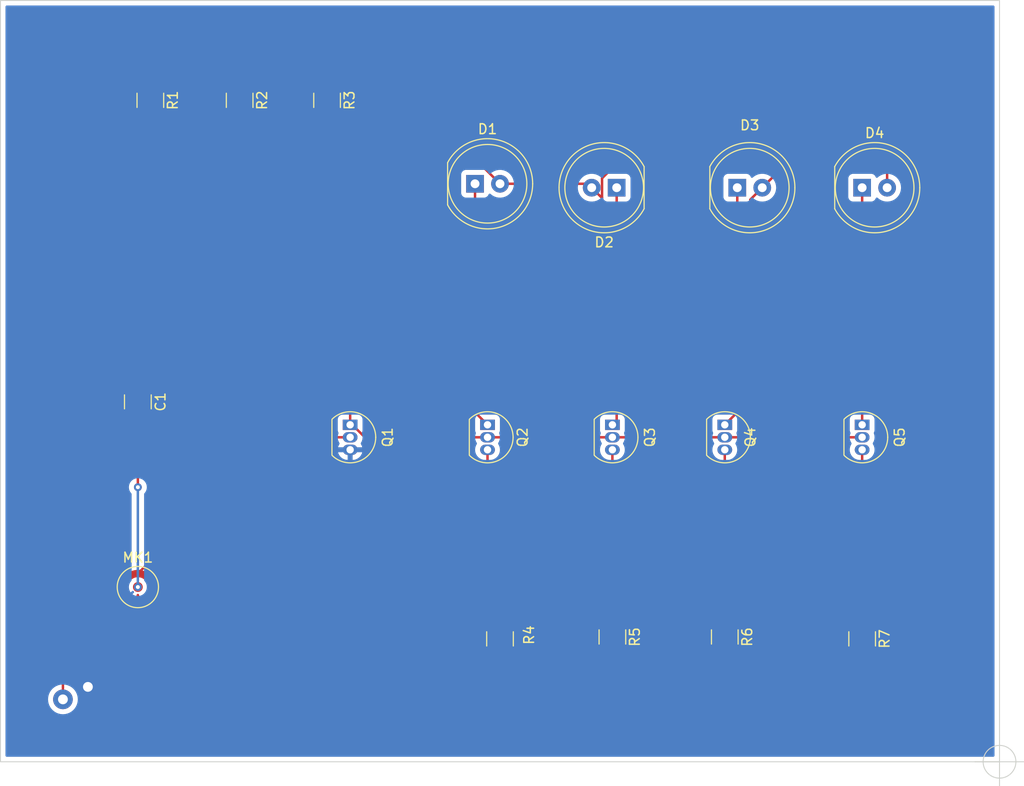
<source format=kicad_pcb>
(kicad_pcb (version 20211014) (generator pcbnew)
  (title_block (title "Mario Nikolov") (date "2024-10-30") (rev "0"))
  (layers (0 "F.Cu" signal) (31 "B.Cu" signal) (34 "B.Paste" user) (35 "F.Paste" user) (36 "B.SilkS" user "B.Silkscreen") (37 "F.SilkS" user "F.Silkscreen") (38 "B.Mask" user) (39 "F.Mask" user) (44 "Edge.Cuts" user))
  (net 0 "")
  (net 1 "Net-(C1-Pad1)")
  (net 2 "Net-(C1-Pad2)")
  (net 3 "Net-(D1-Pad1)")
  (net 4 "+9V")
  (net 5 "Net-(D2-Pad1)")
  (net 6 "Net-(D3-Pad1)")
  (net 7 "Net-(D4-Pad1)")
  (net 8 "GND")
  (net 9 "Net-(Q1-Pad1)")
  (net 10 "Net-(Q2-Pad3)")
  (net 11 "Net-(Q3-Pad3)")
  (net 12 "Net-(Q4-Pad3)")
  (net 13 "Net-(Q5-Pad3)")
  (footprint "Sensor_Audio:CUI_CMC-4013-SMT" (layer "F.Cu") (at 191.77 147.32)
    (fp_text reference "MK1" (at 0 -3) (layer "F.SilkS"))
    (fp_text value "Microphone")
    (fp_circle (center 0 0) (end 2.1 0) (layer "F.SilkS") (width 0.12) (fill none))
    (pad "1" smd custom locked (at 0 -1.375) (size 0.75 0.75) (layers "F.Cu" "F.Paste" "F.Mask") (net 8 "GND") (options (clearance outline) (anchor circle)) (primitives (gr_circle (center 0 1.375) (end 1.375 1.375) (width 0.75))))
    (pad "2" smd circle locked (at 0 0) (size 1 1) (layers "F.Cu" "F.Paste" "F.Mask") (net 1 "Net-(C1-Pad1)"))
  )
  (footprint "Resistor_SMD:R_1210_3225Metric" (layer "F.Cu") (at 265.43 152.5925 -90)
    (fp_text reference "R7" (at 0 -2.28 90) (layer "F.SilkS"))
    (fp_text value "1 k")
    (fp_line (start -0.723737 -1.355) (end 0.723737 -1.355) (layer "F.SilkS") (width 0.12))
    (fp_line (start -0.723737 1.355) (end 0.723737 1.355) (layer "F.SilkS") (width 0.12))
    (pad "1" smd roundrect locked (at -1.4625 0 270) (size 1.125 2.65) (layers "F.Cu" "F.Paste" "F.Mask") (roundrect_rratio 0.2222222222) (net 13 "Net-(Q5-Pad3)"))
    (pad "2" smd roundrect locked (at 1.4625 0 270) (size 1.125 2.65) (layers "F.Cu" "F.Paste" "F.Mask") (roundrect_rratio 0.2222222222) (net 8 "GND"))
  )
  (footprint "LED_THT:LED_D8.0mm" (layer "F.Cu") (at 226.06 106.281145)
    (fp_text reference "D1" (at 1.27 -5.56) (layer "F.SilkS"))
    (fp_text value "LED")
    (fp_line (start -2.79 -2.142) (end -2.79 2.142) (layer "F.SilkS") (width 0.12))
    (fp_arc (start 5.86 -0.000486) (mid 2.373119 4.455472) (end -2.79 2.141145) (layer "F.SilkS") (width 0.12))
    (fp_arc (start -2.79 -2.141145) (mid 2.373119 -4.455472) (end 5.86 0.000486) (layer "F.SilkS") (width 0.12))
    (fp_circle (center 1.27 0) (end 5.27 0) (layer "F.SilkS") (width 0.12) (fill none))
    (pad "1" thru_hole rect locked (at 0 0) (size 1.8 1.8) (drill 0.9) (layers *.Cu *.Mask) (net 3 "Net-(D1-Pad1)"))
    (pad "2" thru_hole circle locked (at 2.54 0) (size 1.8 1.8) (drill 0.9) (layers *.Cu *.Mask) (net 4 "+9V"))
  )
  (footprint "Resistor_SMD:R_1210_3225Metric" (layer "F.Cu") (at 228.6 152.5925 -90)
    (fp_text reference "R4" (at -0.39 -2.96 90) (layer "F.SilkS"))
    (fp_text value "1 k")
    (fp_line (start -0.723737 -1.355) (end 0.723737 -1.355) (layer "F.SilkS") (width 0.12))
    (fp_line (start -0.723737 1.355) (end 0.723737 1.355) (layer "F.SilkS") (width 0.12))
    (pad "1" smd roundrect locked (at -1.4625 0 270) (size 1.125 2.65) (layers "F.Cu" "F.Paste" "F.Mask") (roundrect_rratio 0.2222222222) (net 10 "Net-(Q2-Pad3)"))
    (pad "2" smd roundrect locked (at 1.4625 0 270) (size 1.125 2.65) (layers "F.Cu" "F.Paste" "F.Mask") (roundrect_rratio 0.2222222222) (net 8 "GND"))
  )
  (footprint "Package_TO_SOT_THT:TO-92_Inline" (layer "F.Cu") (at 213.36 130.81 -90)
    (fp_text reference "Q1" (at 1.27 -3.81 90) (layer "F.SilkS"))
    (fp_text value "BC547")
    (fp_line (start -0.53 1.85) (end 3.07 1.85) (layer "F.SilkS") (width 0.12))
    (fp_arc (start 1.27 -2.6) (mid 3.672087 -0.994977) (end 3.108478 1.838478) (layer "F.SilkS") (width 0.12))
    (fp_arc (start -0.568478 1.838478) (mid -1.132087 -0.994977) (end 1.27 -2.6) (layer "F.SilkS") (width 0.12))
    (pad "1" thru_hole rect locked (at 0 0 270) (size 1.05 1.5) (drill 0.75) (layers *.Cu *.Mask) (net 9 "Net-(Q1-Pad1)"))
    (pad "2" thru_hole oval locked (at 1.27 0 270) (size 1.05 1.5) (drill 0.75) (layers *.Cu *.Mask) (net 2 "Net-(C1-Pad2)"))
    (pad "3" thru_hole oval locked (at 2.54 0 270) (size 1.05 1.5) (drill 0.75) (layers *.Cu *.Mask) (net 8 "GND"))
  )
  (footprint "Resistor_SMD:R_1210_3225Metric" (layer "F.Cu") (at 240.03 152.4 -90)
    (fp_text reference "R5" (at 0 -2.28 90) (layer "F.SilkS"))
    (fp_text value "1 k")
    (fp_line (start -0.723737 1.355) (end 0.723737 1.355) (layer "F.SilkS") (width 0.12))
    (fp_line (start -0.723737 -1.355) (end 0.723737 -1.355) (layer "F.SilkS") (width 0.12))
    (pad "1" smd roundrect locked (at -1.4625 0 270) (size 1.125 2.65) (layers "F.Cu" "F.Paste" "F.Mask") (roundrect_rratio 0.2222222222) (net 11 "Net-(Q3-Pad3)"))
    (pad "2" smd roundrect locked (at 1.4625 0 270) (size 1.125 2.65) (layers "F.Cu" "F.Paste" "F.Mask") (roundrect_rratio 0.2222222222) (net 8 "GND"))
  )
  (footprint "Resistor_SMD:R_1210_3225Metric" (layer "F.Cu") (at 193.04 97.79 -90)
    (fp_text reference "R1" (at 0 -2.28 90) (layer "F.SilkS"))
    (fp_text value "10k")
    (fp_line (start -0.723737 -1.355) (end 0.723737 -1.355) (layer "F.SilkS") (width 0.12))
    (fp_line (start -0.723737 1.355) (end 0.723737 1.355) (layer "F.SilkS") (width 0.12))
    (pad "1" smd roundrect locked (at -1.4625 0 270) (size 1.125 2.65) (layers "F.Cu" "F.Paste" "F.Mask") (roundrect_rratio 0.2222222222) (net 4 "+9V"))
    (pad "2" smd roundrect locked (at 1.4625 0 270) (size 1.125 2.65) (layers "F.Cu" "F.Paste" "F.Mask") (roundrect_rratio 0.2222222222) (net 1 "Net-(C1-Pad1)"))
  )
  (footprint "LED_THT:LED_D8.0mm" (layer "F.Cu") (at 265.43 106.68)
    (fp_text reference "D4" (at 1.27 -5.56) (layer "F.SilkS"))
    (fp_text value "LED")
    (fp_line (start -2.79 -2.142) (end -2.79 2.142) (layer "F.SilkS") (width 0.12))
    (fp_arc (start 5.86 -0.000486) (mid 2.373119 4.455472) (end -2.79 2.141145) (layer "F.SilkS") (width 0.12))
    (fp_arc (start -2.79 -2.141145) (mid 2.373119 -4.455472) (end 5.86 0.000486) (layer "F.SilkS") (width 0.12))
    (fp_circle (center 1.27 0) (end 5.27 0) (layer "F.SilkS") (width 0.12) (fill none))
    (pad "1" thru_hole rect locked (at 0 0) (size 1.8 1.8) (drill 0.9) (layers *.Cu *.Mask) (net 7 "Net-(D4-Pad1)"))
    (pad "2" thru_hole circle locked (at 2.54 0) (size 1.8 1.8) (drill 0.9) (layers *.Cu *.Mask) (net 4 "+9V"))
  )
  (footprint "Resistor_SMD:R_1210_3225Metric" (layer "F.Cu") (at 211.0125 97.79 -90)
    (fp_text reference "R3" (at 0 -2.28 90) (layer "F.SilkS"))
    (fp_text value "10k")
    (fp_line (start -0.723737 1.355) (end 0.723737 1.355) (layer "F.SilkS") (width 0.12))
    (fp_line (start -0.723737 -1.355) (end 0.723737 -1.355) (layer "F.SilkS") (width 0.12))
    (pad "1" smd roundrect locked (at -1.4625 0 270) (size 1.125 2.65) (layers "F.Cu" "F.Paste" "F.Mask") (roundrect_rratio 0.2222222222) (net 4 "+9V"))
    (pad "2" smd roundrect locked (at 1.4625 0 270) (size 1.125 2.65) (layers "F.Cu" "F.Paste" "F.Mask") (roundrect_rratio 0.2222222222) (net 9 "Net-(Q1-Pad1)"))
  )
  (footprint "Package_TO_SOT_THT:TO-92_Inline" (layer "F.Cu") (at 251.46 130.81 -90)
    (fp_text reference "Q4" (at 1.27 -2.6 90) (layer "F.SilkS"))
    (fp_text value "BC547")
    (fp_line (start -0.53 1.85) (end 3.07 1.85) (layer "F.SilkS") (width 0.12))
    (fp_arc (start -0.568478 1.838478) (mid -1.132087 -0.994977) (end 1.27 -2.6) (layer "F.SilkS") (width 0.12))
    (fp_arc (start 1.27 -2.6) (mid 3.672087 -0.994977) (end 3.108478 1.838478) (layer "F.SilkS") (width 0.12))
    (pad "1" thru_hole rect locked (at 0 0 270) (size 1.05 1.5) (drill 0.75) (layers *.Cu *.Mask) (net 6 "Net-(D3-Pad1)"))
    (pad "2" thru_hole oval locked (at 1.27 0 270) (size 1.05 1.5) (drill 0.75) (layers *.Cu *.Mask) (net 9 "Net-(Q1-Pad1)"))
    (pad "3" thru_hole oval locked (at 2.54 0 270) (size 1.05 1.5) (drill 0.75) (layers *.Cu *.Mask) (net 12 "Net-(Q4-Pad3)"))
  )
  (footprint "Package_TO_SOT_THT:TO-92_Inline" (layer "F.Cu") (at 265.43 130.81 -90)
    (fp_text reference "Q5" (at 1.27 -3.81 90) (layer "F.SilkS"))
    (fp_text value "BC547")
    (fp_line (start -0.53 1.85) (end 3.07 1.85) (layer "F.SilkS") (width 0.12))
    (fp_arc (start -0.568478 1.838478) (mid -1.132087 -0.994977) (end 1.27 -2.6) (layer "F.SilkS") (width 0.12))
    (fp_arc (start 1.27 -2.6) (mid 3.672087 -0.994977) (end 3.108478 1.838478) (layer "F.SilkS") (width 0.12))
    (pad "1" thru_hole rect locked (at 0 0 270) (size 1.05 1.5) (drill 0.75) (layers *.Cu *.Mask) (net 7 "Net-(D4-Pad1)"))
    (pad "2" thru_hole oval locked (at 1.27 0 270) (size 1.05 1.5) (drill 0.75) (layers *.Cu *.Mask) (net 9 "Net-(Q1-Pad1)"))
    (pad "3" thru_hole oval locked (at 2.54 0 270) (size 1.05 1.5) (drill 0.75) (layers *.Cu *.Mask) (net 13 "Net-(Q5-Pad3)"))
  )
  (footprint "Resistor_SMD:R_1210_3225Metric" (layer "F.Cu") (at 251.46 152.4 -90)
    (fp_text reference "R6" (at 0 -2.28 90) (layer "F.SilkS"))
    (fp_text value "1 k")
    (fp_line (start -0.723737 -1.355) (end 0.723737 -1.355) (layer "F.SilkS") (width 0.12))
    (fp_line (start -0.723737 1.355) (end 0.723737 1.355) (layer "F.SilkS") (width 0.12))
    (pad "1" smd roundrect locked (at -1.4625 0 270) (size 1.125 2.65) (layers "F.Cu" "F.Paste" "F.Mask") (roundrect_rratio 0.2222222222) (net 12 "Net-(Q4-Pad3)"))
    (pad "2" smd roundrect locked (at 1.4625 0 270) (size 1.125 2.65) (layers "F.Cu" "F.Paste" "F.Mask") (roundrect_rratio 0.2222222222) (net 8 "GND"))
  )
  (footprint "Package_TO_SOT_THT:TO-92_Inline" (layer "F.Cu") (at 240.03 130.81 -90)
    (fp_text reference "Q3" (at 1.27 -3.81 90) (layer "F.SilkS"))
    (fp_text value "BC547")
    (fp_line (start -0.53 1.85) (end 3.07 1.85) (layer "F.SilkS") (width 0.12))
    (fp_arc (start -0.568478 1.838478) (mid -1.132087 -0.994977) (end 1.27 -2.6) (layer "F.SilkS") (width 0.12))
    (fp_arc (start 1.27 -2.6) (mid 3.672087 -0.994977) (end 3.108478 1.838478) (layer "F.SilkS") (width 0.12))
    (pad "1" thru_hole rect locked (at 0 0 270) (size 1.05 1.5) (drill 0.75) (layers *.Cu *.Mask) (net 5 "Net-(D2-Pad1)"))
    (pad "2" thru_hole oval locked (at 1.27 0 270) (size 1.05 1.5) (drill 0.75) (layers *.Cu *.Mask) (net 9 "Net-(Q1-Pad1)"))
    (pad "3" thru_hole oval locked (at 2.54 0 270) (size 1.05 1.5) (drill 0.75) (layers *.Cu *.Mask) (net 11 "Net-(Q3-Pad3)"))
  )
  (footprint "Package_TO_SOT_THT:TO-92_Inline" (layer "F.Cu") (at 227.33 130.81 -90)
    (fp_text reference "Q2" (at 1.27 -3.56 90) (layer "F.SilkS"))
    (fp_text value "BC547")
    (fp_line (start -0.53 1.85) (end 3.07 1.85) (layer "F.SilkS") (width 0.12))
    (fp_arc (start -0.568478 1.838478) (mid -1.132087 -0.994977) (end 1.27 -2.6) (layer "F.SilkS") (width 0.12))
    (fp_arc (start 1.27 -2.6) (mid 3.672087 -0.994977) (end 3.108478 1.838478) (layer "F.SilkS") (width 0.12))
    (pad "1" thru_hole rect locked (at 0 0 270) (size 1.05 1.5) (drill 0.75) (layers *.Cu *.Mask) (net 3 "Net-(D1-Pad1)"))
    (pad "2" thru_hole oval locked (at 1.27 0 270) (size 1.05 1.5) (drill 0.75) (layers *.Cu *.Mask) (net 9 "Net-(Q1-Pad1)"))
    (pad "3" thru_hole oval locked (at 2.54 0 270) (size 1.05 1.5) (drill 0.75) (layers *.Cu *.Mask) (net 10 "Net-(Q2-Pad3)"))
  )
  (footprint "Resistor_SMD:R_1210_3225Metric" (layer "F.Cu") (at 202.1225 97.79 -90)
    (fp_text reference "R2" (at 0 -2.28 90) (layer "F.SilkS"))
    (fp_text value "1M")
    (fp_line (start -0.723737 1.355) (end 0.723737 1.355) (layer "F.SilkS") (width 0.12))
    (fp_line (start -0.723737 -1.355) (end 0.723737 -1.355) (layer "F.SilkS") (width 0.12))
    (pad "1" smd roundrect locked (at -1.4625 0 270) (size 1.125 2.65) (layers "F.Cu" "F.Paste" "F.Mask") (roundrect_rratio 0.2222222222) (net 4 "+9V"))
    (pad "2" smd roundrect locked (at 1.4625 0 270) (size 1.125 2.65) (layers "F.Cu" "F.Paste" "F.Mask") (roundrect_rratio 0.2222222222) (net 2 "Net-(C1-Pad2)"))
  )
  (footprint "LED_THT:LED_D8.0mm" (layer "F.Cu") (at 252.73 106.68)
    (fp_text reference "D3" (at 1.27 -6.35) (layer "F.SilkS"))
    (fp_text value "LED")
    (fp_line (start -2.79 -2.142) (end -2.79 2.142) (layer "F.SilkS") (width 0.12))
    (fp_arc (start -2.79 -2.141145) (mid 2.373119 -4.455472) (end 5.86 0.000486) (layer "F.SilkS") (width 0.12))
    (fp_arc (start 5.86 -0.000486) (mid 2.373119 4.455472) (end -2.79 2.141145) (layer "F.SilkS") (width 0.12))
    (fp_circle (center 1.27 0) (end 5.27 0) (layer "F.SilkS") (width 0.12) (fill none))
    (pad "1" thru_hole rect locked (at 0 0) (size 1.8 1.8) (drill 0.9) (layers *.Cu *.Mask) (net 6 "Net-(D3-Pad1)"))
    (pad "2" thru_hole circle locked (at 2.54 0) (size 1.8 1.8) (drill 0.9) (layers *.Cu *.Mask) (net 4 "+9V"))
  )
  (footprint "LED_THT:LED_D8.0mm" (layer "F.Cu") (at 240.465572 106.68 180)
    (fp_text reference "D2" (at 1.27 -5.56) (layer "F.SilkS"))
    (fp_text value "LED")
    (fp_line (start -2.79 -2.142) (end -2.79 2.142) (layer "F.SilkS") (width 0.12))
    (fp_arc (start -2.79 -2.141145) (mid 2.373119 -4.455472) (end 5.86 0.000486) (layer "F.SilkS") (width 0.12))
    (fp_arc (start 5.86 -0.000486) (mid 2.373119 4.455472) (end -2.79 2.141145) (layer "F.SilkS") (width 0.12))
    (fp_circle (center 1.27 0) (end 5.27 0) (layer "F.SilkS") (width 0.12) (fill none))
    (pad "1" thru_hole rect locked (at 0 0 180) (size 1.8 1.8) (drill 0.9) (layers *.Cu *.Mask) (net 5 "Net-(D2-Pad1)"))
    (pad "2" thru_hole circle locked (at 2.54 0 180) (size 1.8 1.8) (drill 0.9) (layers *.Cu *.Mask) (net 4 "+9V"))
  )
  (footprint "Capacitor_SMD:C_1210_3225Metric" (layer "F.Cu") (at 191.77 128.475 -90)
    (fp_text reference "C1" (at 0 -2.3 90) (layer "F.SilkS"))
    (fp_text value "10Dn")
    (fp_line (start -0.711252 -1.36) (end 0.711252 -1.36) (layer "F.SilkS") (width 0.12))
    (fp_line (start -0.711252 1.36) (end 0.711252 1.36) (layer "F.SilkS") (width 0.12))
    (pad "1" smd roundrect locked (at -1.475 0 270) (size 1.15 2.7) (layers "F.Cu" "F.Paste" "F.Mask") (roundrect_rratio 0.2173913043) (net 1 "Net-(C1-Pad1)"))
    (pad "2" smd roundrect locked (at 1.475 0 270) (size 1.15 2.7) (layers "F.Cu" "F.Paste" "F.Mask") (roundrect_rratio 0.2173913043) (net 2 "Net-(C1-Pad2)"))
  )
  (gr_rect (start 177.8 87.63) (end 279.4 165.1) (layer "Edge.Cuts") (width 0.1) (fill none))
  (target plus (at 279.4 165.1) (size 5) (width 0.1) (layer "Edge.Cuts"))
  (segment (start 191.565 126.795) (end 191.77 127) (width 0.25) (layer "F.Cu") (net 1))
  (segment (start 191.77 127) (end 191.77 100.5225) (width 0.25) (layer "F.Cu") (net 1))
  (segment (start 191.77 100.5225) (end 193.04 99.2525) (width 0.25) (layer "F.Cu") (net 1))
  (segment (start 201.93 125.73) (end 208.28 132.08) (width 0.25) (layer "F.Cu") (net 2))
  (segment (start 197.915 129.745) (end 193.245 129.745) (width 0.25) (layer "F.Cu") (net 2))
  (segment (start 202.1225 125.5375) (end 197.915 129.745) (width 0.25) (layer "F.Cu") (net 2))
  (segment (start 197.915 129.745) (end 201.93 125.73) (width 0.25) (layer "F.Cu") (net 2))
  (segment (start 191.77 137.16) (end 191.77 129.95) (width 0.25) (layer "F.Cu") (net 2))
  (segment (start 208.28 132.08) (end 213.36 132.08) (width 0.25) (layer "F.Cu") (net 2))
  (segment (start 202.1225 99.2525) (end 202.1225 125.5375) (width 0.25) (layer "F.Cu") (net 2))
  (via (at 191.77 137.16) (size 0.8) (drill 0.4) (layers "F.Cu" "B.Cu") (net 2))
  (via (at 191.77 147.32) (size 0.8) (drill 0.4) (layers "F.Cu" "B.Cu") (net 2))
  (segment (start 191.77 147.32) (end 191.77 137.16) (width 0.25) (layer "B.Cu") (net 2))
  (segment (start 226.06 106.281145) (end 226.06 129.54) (width 0.25) (layer "F.Cu") (net 3))
  (segment (start 226.06 129.54) (end 227.33 130.81) (width 0.25) (layer "F.Cu") (net 3))
  (segment (start 256.54 105.41) (end 256.54 97.79) (width 0.25) (layer "F.Cu") (net 4))
  (segment (start 193.04 96.3275) (end 202.1225 96.3275) (width 0.25) (layer "F.Cu") (net 4))
  (segment (start 210.82 96.52) (end 218.838855 96.52) (width 0.25) (layer "F.Cu") (net 4))
  (segment (start 238.977786 107.732214) (end 238.977786 105.718764) (width 0.25) (layer "F.Cu") (net 4))
  (segment (start 267.97 99.06) (end 267.97 106.68) (width 0.25) (layer "F.Cu") (net 4))
  (segment (start 266.7 97.79) (end 267.97 99.06) (width 0.25) (layer "F.Cu") (net 4))
  (segment (start 237.526717 106.281145) (end 237.925572 106.68) (width 0.25) (layer "F.Cu") (net 4))
  (segment (start 228.6 106.281145) (end 237.526717 106.281145) (width 0.25) (layer "F.Cu") (net 4))
  (segment (start 255.27 106.68) (end 256.54 105.41) (width 0.25) (layer "F.Cu") (net 4))
  (segment (start 246.90655 97.79) (end 256.54 97.79) (width 0.25) (layer "F.Cu") (net 4))
  (segment (start 238.977786 105.718764) (end 246.90655 97.79) (width 0.25) (layer "F.Cu") (net 4))
  (segment (start 256.54 97.79) (end 266.7 97.79) (width 0.25) (layer "F.Cu") (net 4))
  (segment (start 238.977786 107.732214) (end 237.925572 106.68) (width 0.25) (layer "F.Cu") (net 4))
  (segment (start 202.1225 96.3275) (end 211.0125 96.3275) (width 0.25) (layer "F.Cu") (net 4))
  (segment (start 184.3425 96.3275) (end 193.04 96.3275) (width 0.25) (layer "F.Cu") (net 4))
  (segment (start 218.838855 96.52) (end 228.6 106.281145) (width 0.25) (layer "F.Cu") (net 4))
  (segment (start 184.15 158.75) (end 184.15 96.52) (width 0.25) (layer "F.Cu") (net 4))
  (segment (start 184.15 96.52) (end 184.3425 96.3275) (width 0.25) (layer "F.Cu") (net 4))
  (segment (start 254.045489 107.904511) (end 255.27 106.68) (width 0.25) (layer "F.Cu") (net 4))
  (via (at 184.15 158.75) (size 2) (drill 1) (layers "F.Cu" "B.Cu") (net 4))
  (segment (start 240.465572 130.374428) (end 240.03 130.81) (width 0.25) (layer "F.Cu") (net 5))
  (segment (start 240.465572 106.68) (end 240.465572 130.374428) (width 0.25) (layer "F.Cu") (net 5))
  (segment (start 252.73 106.68) (end 252.73 129.54) (width 0.25) (layer "F.Cu") (net 6))
  (segment (start 252.73 129.54) (end 251.46 130.81) (width 0.25) (layer "F.Cu") (net 6))
  (segment (start 265.43 106.68) (end 265.43 130.81) (width 0.25) (layer "F.Cu") (net 7))
  (segment (start 228.6 154.055) (end 227.715 154.94) (width 0.25) (layer "F.Cu") (net 8))
  (segment (start 265.2375 153.8625) (end 251.46 153.8625) (width 0.25) (layer "F.Cu") (net 8))
  (segment (start 213.36 133.35) (end 204.365 133.35) (width 0.25) (layer "F.Cu") (net 8))
  (segment (start 191.77 152.4) (end 191.77 148.144511) (width 0.25) (layer "F.Cu") (net 8))
  (segment (start 186.69 157.48) (end 191.77 152.4) (width 0.25) (layer "F.Cu") (net 8))
  (segment (start 228.7925 153.8625) (end 240.03 153.8625) (width 0.25) (layer "F.Cu") (net 8))
  (segment (start 196.85 154.94) (end 191.77 149.86) (width 0.25) (layer "F.Cu") (net 8))
  (segment (start 191.77 149.86) (end 191.77 148.144511) (width 0.25) (layer "F.Cu") (net 8))
  (segment (start 251.46 153.8625) (end 240.03 153.8625) (width 0.25) (layer "F.Cu") (net 8))
  (segment (start 204.365 133.35) (end 191.77 145.945) (width 0.25) (layer "F.Cu") (net 8))
  (segment (start 228.6 154.055) (end 228.7925 153.8625) (width 0.25) (layer "F.Cu") (net 8))
  (segment (start 265.43 154.055) (end 265.2375 153.8625) (width 0.25) (layer "F.Cu") (net 8))
  (segment (start 227.715 154.94) (end 196.85 154.94) (width 0.25) (layer "F.Cu") (net 8))
  (via (at 186.69 157.48) (size 2) (drill 1) (layers "F.Cu" "B.Cu") (net 8))
  (segment (start 186.69 152.4) (end 191.257693 147.832307) (width 0.25) (layer "B.Cu") (net 8))
  (segment (start 186.69 157.48) (end 186.69 152.4) (width 0.25) (layer "B.Cu") (net 8))
  (segment (start 251.46 132.08) (end 265.43 132.08) (width 0.25) (layer "F.Cu") (net 9))
  (segment (start 211.0125 99.2525) (end 213.36 101.6) (width 0.25) (layer "F.Cu") (net 9))
  (segment (start 214.855 132.08) (end 227.33 132.08) (width 0.25) (layer "F.Cu") (net 9))
  (segment (start 213.36 101.6) (end 213.36 130.81) (width 0.25) (layer "F.Cu") (net 9))
  (segment (start 213.585 130.81) (end 214.855 132.08) (width 0.25) (layer "F.Cu") (net 9))
  (segment (start 213.36 130.81) (end 213.585 130.81) (width 0.25) (layer "F.Cu") (net 9))
  (segment (start 227.33 132.08) (end 240.03 132.08) (width 0.25) (layer "F.Cu") (net 9))
  (segment (start 240.03 132.08) (end 251.46 132.08) (width 0.25) (layer "F.Cu") (net 9))
  (segment (start 227.33 133.35) (end 227.33 149.86) (width 0.25) (layer "F.Cu") (net 10))
  (segment (start 227.33 149.86) (end 228.6 151.13) (width 0.25) (layer "F.Cu") (net 10))
  (segment (start 240.03 133.35) (end 240.03 150.9375) (width 0.25) (layer "F.Cu") (net 11))
  (segment (start 251.46 133.35) (end 251.46 150.9375) (width 0.25) (layer "F.Cu") (net 12))
  (segment (start 265.43 133.35) (end 265.43 151.13) (width 0.25) (layer "F.Cu") (net 13))
  (zone (net 8) (net_name "GND") (layer "B.Cu") (connect_pads (clearance 0.508)) (min_thickness 0.254) (fill yes (thermal_gap 0.508) (thermal_bridge_width 0.508))
    (polygon (pts (xy 279.4 165.1) (xy 177.8 165.1) (xy 177.8 87.63) (xy 279.4 87.63)))
  )
)
</source>
